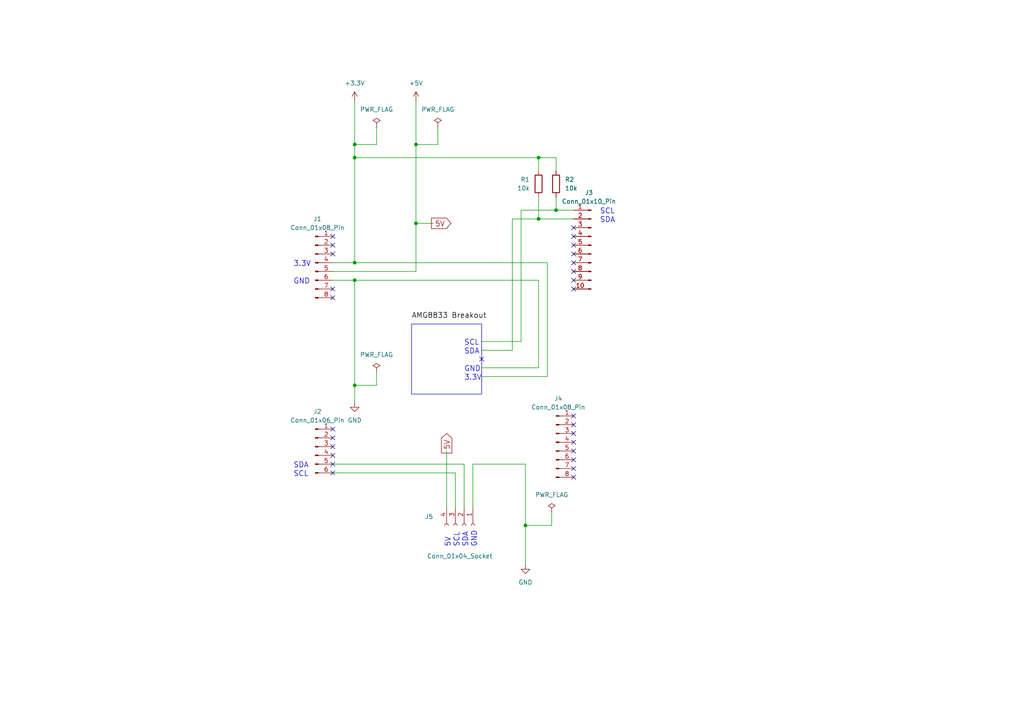
<source format=kicad_sch>
(kicad_sch (version 20230121) (generator eeschema)
  (paper "A4")
  (title_block (title "Arduino shield for infrared array sensor AMG8833") (date "2023-09-29") (rev "1.1") (company "https://github.com/araobp"))
  (lib_symbols
    (symbol "Connector:Conn_01x04_Socket" (pin_names (offset 1.016) hide)
      (property "Reference" "J" (at 0 5.08 0))
      (property "Value" "Conn_01x04_Socket" (at 0 -7.62 0))
      (symbol "Conn_01x04_Socket_1_1"
        (arc (start 0 -4.572) (mid -0.5058 -5.08) (end 0 -5.588) (stroke (width 0.1524)))
        (arc (start 0 -2.032) (mid -0.5058 -2.54) (end 0 -3.048) (stroke (width 0.1524)))
        (polyline (pts (xy -1.27 -5.08) (xy -0.508 -5.08)) (stroke (width 0.1524)))
        (polyline (pts (xy -1.27 -2.54) (xy -0.508 -2.54)) (stroke (width 0.1524)))
        (polyline (pts (xy -1.27 0) (xy -0.508 0)) (stroke (width 0.1524)))
        (polyline (pts (xy -1.27 2.54) (xy -0.508 2.54)) (stroke (width 0.1524)))
        (arc (start 0 0.508) (mid -0.5058 0) (end 0 -0.508) (stroke (width 0.1524)))
        (arc (start 0 3.048) (mid -0.5058 2.54) (end 0 2.032) (stroke (width 0.1524)))
        (pin passive line (at -5.08 2.54 0) (length 3.81) (name "Pin_1") (number "1"))
        (pin passive line (at -5.08 0 0) (length 3.81) (name "Pin_2") (number "2"))
        (pin passive line (at -5.08 -2.54 0) (length 3.81) (name "Pin_3") (number "3"))
        (pin passive line (at -5.08 -5.08 0) (length 3.81) (name "Pin_4") (number "4"))
      )
    )
    (symbol "Connector:Conn_01x06_Pin" (pin_names (offset 1.016) hide)
      (property "Reference" "J" (at 0 7.62 0))
      (property "Value" "Conn_01x06_Pin" (at 0 -10.16 0))
      (symbol "Conn_01x06_Pin_1_1"
        (polyline (pts (xy 1.27 -7.62) (xy 0.8636 -7.62)) (stroke (width 0.1524)))
        (polyline (pts (xy 1.27 -5.08) (xy 0.8636 -5.08)) (stroke (width 0.1524)))
        (polyline (pts (xy 1.27 -2.54) (xy 0.8636 -2.54)) (stroke (width 0.1524)))
        (polyline (pts (xy 1.27 0) (xy 0.8636 0)) (stroke (width 0.1524)))
        (polyline (pts (xy 1.27 2.54) (xy 0.8636 2.54)) (stroke (width 0.1524)))
        (polyline (pts (xy 1.27 5.08) (xy 0.8636 5.08)) (stroke (width 0.1524)))
        (rectangle (start 0.8636 -7.493) (end 0 -7.747) (stroke (width 0.1524)) (fill (type outline)))
        (rectangle (start 0.8636 -4.953) (end 0 -5.207) (stroke (width 0.1524)) (fill (type outline)))
        (rectangle (start 0.8636 -2.413) (end 0 -2.667) (stroke (width 0.1524)) (fill (type outline)))
        (rectangle (start 0.8636 0.127) (end 0 -0.127) (stroke (width 0.1524)) (fill (type outline)))
        (rectangle (start 0.8636 2.667) (end 0 2.413) (stroke (width 0.1524)) (fill (type outline)))
        (rectangle (start 0.8636 5.207) (end 0 4.953) (stroke (width 0.1524)) (fill (type outline)))
        (pin passive line (at 5.08 5.08 180) (length 3.81) (name "Pin_1") (number "1"))
        (pin passive line (at 5.08 2.54 180) (length 3.81) (name "Pin_2") (number "2"))
        (pin passive line (at 5.08 0 180) (length 3.81) (name "Pin_3") (number "3"))
        (pin passive line (at 5.08 -2.54 180) (length 3.81) (name "Pin_4") (number "4"))
        (pin passive line (at 5.08 -5.08 180) (length 3.81) (name "Pin_5") (number "5"))
        (pin passive line (at 5.08 -7.62 180) (length 3.81) (name "Pin_6") (number "6"))
      )
    )
    (symbol "Connector:Conn_01x08_Pin" (pin_names (offset 1.016) hide)
      (property "Reference" "J" (at 0 10.16 0))
      (property "Value" "Conn_01x08_Pin" (at 0 -12.7 0))
      (symbol "Conn_01x08_Pin_1_1"
        (polyline (pts (xy 1.27 -10.16) (xy 0.8636 -10.16)) (stroke (width 0.1524)))
        (polyline (pts (xy 1.27 -7.62) (xy 0.8636 -7.62)) (stroke (width 0.1524)))
        (polyline (pts (xy 1.27 -5.08) (xy 0.8636 -5.08)) (stroke (width 0.1524)))
        (polyline (pts (xy 1.27 -2.54) (xy 0.8636 -2.54)) (stroke (width 0.1524)))
        (polyline (pts (xy 1.27 0) (xy 0.8636 0)) (stroke (width 0.1524)))
        (polyline (pts (xy 1.27 2.54) (xy 0.8636 2.54)) (stroke (width 0.1524)))
        (polyline (pts (xy 1.27 5.08) (xy 0.8636 5.08)) (stroke (width 0.1524)))
        (polyline (pts (xy 1.27 7.62) (xy 0.8636 7.62)) (stroke (width 0.1524)))
        (rectangle (start 0.8636 -10.033) (end 0 -10.287) (stroke (width 0.1524)) (fill (type outline)))
        (rectangle (start 0.8636 -7.493) (end 0 -7.747) (stroke (width 0.1524)) (fill (type outline)))
        (rectangle (start 0.8636 -4.953) (end 0 -5.207) (stroke (width 0.1524)) (fill (type outline)))
        (rectangle (start 0.8636 -2.413) (end 0 -2.667) (stroke (width 0.1524)) (fill (type outline)))
        (rectangle (start 0.8636 0.127) (end 0 -0.127) (stroke (width 0.1524)) (fill (type outline)))
        (rectangle (start 0.8636 2.667) (end 0 2.413) (stroke (width 0.1524)) (fill (type outline)))
        (rectangle (start 0.8636 5.207) (end 0 4.953) (stroke (width 0.1524)) (fill (type outline)))
        (rectangle (start 0.8636 7.747) (end 0 7.493) (stroke (width 0.1524)) (fill (type outline)))
        (pin passive line (at 5.08 7.62 180) (length 3.81) (name "Pin_1") (number "1"))
        (pin passive line (at 5.08 5.08 180) (length 3.81) (name "Pin_2") (number "2"))
        (pin passive line (at 5.08 2.54 180) (length 3.81) (name "Pin_3") (number "3"))
        (pin passive line (at 5.08 0 180) (length 3.81) (name "Pin_4") (number "4"))
        (pin passive line (at 5.08 -2.54 180) (length 3.81) (name "Pin_5") (number "5"))
        (pin passive line (at 5.08 -5.08 180) (length 3.81) (name "Pin_6") (number "6"))
        (pin passive line (at 5.08 -7.62 180) (length 3.81) (name "Pin_7") (number "7"))
        (pin passive line (at 5.08 -10.16 180) (length 3.81) (name "Pin_8") (number "8"))
      )
    )
    (symbol "Connector:Conn_01x10_Pin" (pin_names (offset 1.016) hide)
      (property "Reference" "J" (at 0 12.7 0))
      (property "Value" "Conn_01x10_Pin" (at 0 -15.24 0))
      (symbol "Conn_01x10_Pin_1_1"
        (polyline (pts (xy 1.27 -12.7) (xy 0.8636 -12.7)) (stroke (width 0.1524)))
        (polyline (pts (xy 1.27 -10.16) (xy 0.8636 -10.16)) (stroke (width 0.1524)))
        (polyline (pts (xy 1.27 -7.62) (xy 0.8636 -7.62)) (stroke (width 0.1524)))
        (polyline (pts (xy 1.27 -5.08) (xy 0.8636 -5.08)) (stroke (width 0.1524)))
        (polyline (pts (xy 1.27 -2.54) (xy 0.8636 -2.54)) (stroke (width 0.1524)))
        (polyline (pts (xy 1.27 0) (xy 0.8636 0)) (stroke (width 0.1524)))
        (polyline (pts (xy 1.27 2.54) (xy 0.8636 2.54)) (stroke (width 0.1524)))
        (polyline (pts (xy 1.27 5.08) (xy 0.8636 5.08)) (stroke (width 0.1524)))
        (polyline (pts (xy 1.27 7.62) (xy 0.8636 7.62)) (stroke (width 0.1524)))
        (polyline (pts (xy 1.27 10.16) (xy 0.8636 10.16)) (stroke (width 0.1524)))
        (rectangle (start 0.8636 -12.573) (end 0 -12.827) (stroke (width 0.1524)) (fill (type outline)))
        (rectangle (start 0.8636 -10.033) (end 0 -10.287) (stroke (width 0.1524)) (fill (type outline)))
        (rectangle (start 0.8636 -7.493) (end 0 -7.747) (stroke (width 0.1524)) (fill (type outline)))
        (rectangle (start 0.8636 -4.953) (end 0 -5.207) (stroke (width 0.1524)) (fill (type outline)))
        (rectangle (start 0.8636 -2.413) (end 0 -2.667) (stroke (width 0.1524)) (fill (type outline)))
        (rectangle (start 0.8636 0.127) (end 0 -0.127) (stroke (width 0.1524)) (fill (type outline)))
        (rectangle (start 0.8636 2.667) (end 0 2.413) (stroke (width 0.1524)) (fill (type outline)))
        (rectangle (start 0.8636 5.207) (end 0 4.953) (stroke (width 0.1524)) (fill (type outline)))
        (rectangle (start 0.8636 7.747) (end 0 7.493) (stroke (width 0.1524)) (fill (type outline)))
        (rectangle (start 0.8636 10.287) (end 0 10.033) (stroke (width 0.1524)) (fill (type outline)))
        (pin passive line (at 5.08 10.16 180) (length 3.81) (name "Pin_1") (number "1"))
        (pin passive line (at 5.08 -12.7 180) (length 3.81) (name "Pin_10") (number "10"))
        (pin passive line (at 5.08 7.62 180) (length 3.81) (name "Pin_2") (number "2"))
        (pin passive line (at 5.08 5.08 180) (length 3.81) (name "Pin_3") (number "3"))
        (pin passive line (at 5.08 2.54 180) (length 3.81) (name "Pin_4") (number "4"))
        (pin passive line (at 5.08 0 180) (length 3.81) (name "Pin_5") (number "5"))
        (pin passive line (at 5.08 -2.54 180) (length 3.81) (name "Pin_6") (number "6"))
        (pin passive line (at 5.08 -5.08 180) (length 3.81) (name "Pin_7") (number "7"))
        (pin passive line (at 5.08 -7.62 180) (length 3.81) (name "Pin_8") (number "8"))
        (pin passive line (at 5.08 -10.16 180) (length 3.81) (name "Pin_9") (number "9"))
      )
    )
    (symbol "Device:R" (pin_numbers hide) (pin_names (offset 0))
      (property "Reference" "R" (at 2.032 0 90))
      (property "Value" "R" (at 0 0 90))
      (symbol "R_0_1"
        (rectangle (start -1.016 -2.54) (end 1.016 2.54) (stroke (width 0.254)))
      )
      (symbol "R_1_1"
        (pin passive line (at 0 3.81 270) (length 1.27) (name "~") (number "1"))
        (pin passive line (at 0 -3.81 90) (length 1.27) (name "~") (number "2"))
      )
    )
    (symbol "power:+3.3V" (power) (pin_names (offset 0))
      (property "Value" "+3.3V" (at 0 3.556 0))
      (symbol "+3.3V_0_1"
        (polyline (pts (xy -0.762 1.27) (xy 0 2.54)))
        (polyline (pts (xy 0 0) (xy 0 2.54)))
        (polyline (pts (xy 0 2.54) (xy 0.762 1.27)))
      )
      (symbol "+3.3V_1_1"
        (pin power_in line (at 0 0 90) (length 0) hide (name "+3.3V") (number "1"))
      )
    )
    (symbol "power:+5V" (power) (pin_names (offset 0))
      (property "Value" "+5V" (at 0 3.556 0))
      (symbol "+5V_0_1"
        (polyline (pts (xy -0.762 1.27) (xy 0 2.54)))
        (polyline (pts (xy 0 0) (xy 0 2.54)))
        (polyline (pts (xy 0 2.54) (xy 0.762 1.27)))
      )
      (symbol "+5V_1_1"
        (pin power_in line (at 0 0 90) (length 0) hide (name "+5V") (number "1"))
      )
    )
    (symbol "power:GND" (power) (pin_names (offset 0))
      (property "Value" "GND" (at 0 -3.81 0))
      (symbol "GND_0_1"
        (polyline (pts (xy 0 0) (xy 0 -1.27) (xy 1.27 -1.27) (xy 0 -2.54) (xy -1.27 -1.27) (xy 0 -1.27)))
      )
      (symbol "GND_1_1"
        (pin power_in line (at 0 0 270) (length 0) hide (name "GND") (number "1"))
      )
    )
    (symbol "power:PWR_FLAG" (power) (pin_numbers hide) (pin_names (offset 0) hide)
      (property "Value" "PWR_FLAG" (at 0 3.81 0))
      (symbol "PWR_FLAG_0_0"
        (pin power_out line (at 0 0 90) (length 0) (name "pwr") (number "1"))
      )
      (symbol "PWR_FLAG_0_1"
        (polyline (pts (xy 0 0) (xy 0 1.27) (xy -1.016 1.905) (xy 0 2.54) (xy 1.016 1.905) (xy 0 1.27)))
      )
    )
  )
  (junction (at 152.4 152.4))
  (junction (at 156.21 63.5))
  (junction (at 120.65 64.77))
  (junction (at 102.87 81.28))
  (junction (at 102.87 76.2))
  (junction (at 156.21 45.72))
  (junction (at 102.87 111.76))
  (junction (at 120.65 41.91))
  (junction (at 102.87 41.91))
  (junction (at 102.87 45.72))
  (junction (at 161.29 60.96))
  (no_connect (at 96.52 137.16))
  (no_connect (at 96.52 127))
  (no_connect (at 166.37 71.12))
  (no_connect (at 139.7 104.14))
  (no_connect (at 166.37 73.66))
  (no_connect (at 96.52 124.46))
  (no_connect (at 96.52 83.82))
  (no_connect (at 166.37 120.65))
  (no_connect (at 166.37 135.89))
  (no_connect (at 166.37 125.73))
  (no_connect (at 96.52 86.36))
  (no_connect (at 166.37 133.35))
  (no_connect (at 166.37 138.43))
  (no_connect (at 96.52 71.12))
  (no_connect (at 166.37 76.2))
  (no_connect (at 166.37 66.04))
  (no_connect (at 166.37 123.19))
  (no_connect (at 166.37 81.28))
  (no_connect (at 166.37 68.58))
  (no_connect (at 166.37 130.81))
  (no_connect (at 96.52 68.58))
  (no_connect (at 96.52 132.08))
  (no_connect (at 166.37 128.27))
  (no_connect (at 166.37 78.74))
  (no_connect (at 96.52 73.66))
  (no_connect (at 96.52 129.54))
  (no_connect (at 96.52 134.62))
  (no_connect (at 166.37 83.82))
  (wire (pts (xy 161.29 45.72) (xy 161.29 49.53)))
  (wire (pts (xy 96.52 76.2) (xy 102.87 76.2)))
  (wire (pts (xy 109.22 41.91) (xy 102.87 41.91)))
  (wire (pts (xy 148.59 63.5) (xy 156.21 63.5)))
  (wire (pts (xy 102.87 76.2) (xy 158.75 76.2)))
  (wire (pts (xy 102.87 45.72) (xy 156.21 45.72)))
  (wire (pts (xy 161.29 57.15) (xy 161.29 60.96)))
  (wire (pts (xy 102.87 111.76) (xy 102.87 116.84)))
  (wire (pts (xy 151.13 99.06) (xy 139.7 99.06)))
  (wire (pts (xy 152.4 152.4) (xy 152.4 163.83)))
  (wire (pts (xy 158.75 76.2) (xy 158.75 109.22)))
  (wire (pts (xy 96.52 137.16) (xy 132.08 137.16)))
  (wire (pts (xy 109.22 111.76) (xy 102.87 111.76)))
  (wire (pts (xy 96.52 134.62) (xy 134.62 134.62)))
  (wire (pts (xy 156.21 81.28) (xy 156.21 106.68)))
  (wire (pts (xy 120.65 64.77) (xy 120.65 41.91)))
  (wire (pts (xy 102.87 29.21) (xy 102.87 41.91)))
  (wire (pts (xy 102.87 81.28) (xy 102.87 111.76)))
  (wire (pts (xy 109.22 36.83) (xy 109.22 41.91)))
  (wire (pts (xy 160.02 148.59) (xy 160.02 152.4)))
  (wire (pts (xy 132.08 137.16) (xy 132.08 147.32)))
  (wire (pts (xy 96.52 81.28) (xy 102.87 81.28)))
  (wire (pts (xy 127 36.83) (xy 127 41.91)))
  (wire (pts (xy 152.4 134.62) (xy 152.4 152.4)))
  (wire (pts (xy 129.54 130.81) (xy 129.54 147.32)))
  (wire (pts (xy 127 41.91) (xy 120.65 41.91)))
  (wire (pts (xy 120.65 64.77) (xy 125.73 64.77)))
  (wire (pts (xy 102.87 81.28) (xy 156.21 81.28)))
  (wire (pts (xy 160.02 152.4) (xy 152.4 152.4)))
  (wire (pts (xy 156.21 49.53) (xy 156.21 45.72)))
  (wire (pts (xy 137.16 134.62) (xy 152.4 134.62)))
  (wire (pts (xy 156.21 106.68) (xy 139.7 106.68)))
  (wire (pts (xy 166.37 60.96) (xy 161.29 60.96)))
  (wire (pts (xy 158.75 109.22) (xy 139.7 109.22)))
  (wire (pts (xy 156.21 63.5) (xy 166.37 63.5)))
  (wire (pts (xy 151.13 60.96) (xy 161.29 60.96)))
  (wire (pts (xy 109.22 107.95) (xy 109.22 111.76)))
  (wire (pts (xy 156.21 45.72) (xy 161.29 45.72)))
  (wire (pts (xy 137.16 147.32) (xy 137.16 134.62)))
  (wire (pts (xy 102.87 45.72) (xy 102.87 76.2)))
  (wire (pts (xy 151.13 60.96) (xy 151.13 99.06)))
  (wire (pts (xy 156.21 57.15) (xy 156.21 63.5)))
  (wire (pts (xy 134.62 134.62) (xy 134.62 147.32)))
  (wire (pts (xy 120.65 41.91) (xy 120.65 29.21)))
  (wire (pts (xy 148.59 63.5) (xy 148.59 101.6)))
  (wire (pts (xy 148.59 101.6) (xy 139.7 101.6)))
  (wire (pts (xy 102.87 41.91) (xy 102.87 45.72)))
  (wire (pts (xy 120.65 78.74) (xy 120.65 64.77)))
  (wire (pts (xy 96.52 78.74) (xy 120.65 78.74)))
  (rectangle (start 119.38 93.98) (end 139.7 114.3))
  (text "3.3V" (at 134.62 110.49 0) (effects (font (size 1.524 1.524)) (justify left bottom)))
  (text "GND" (at 85.09 82.55 0) (effects (font (size 1.524 1.524)) (justify left bottom)))
  (text "SDA" (at 134.62 102.87 0) (effects (font (size 1.524 1.524)) (justify left bottom)))
  (text "3.3V" (at 85.09 77.47 0) (effects (font (size 1.524 1.524)) (justify left bottom)))
  (text "SCL" (at 133.35 158.75 90) (effects (font (size 1.524 1.524)) (justify left bottom)))
  (text "SCL" (at 85.09 138.43 0) (effects (font (size 1.524 1.524)) (justify left bottom)))
  (text "SCL" (at 173.99 62.23 0) (effects (font (size 1.524 1.524)) (justify left bottom)))
  (text "SDA" (at 173.99 64.77 0) (effects (font (size 1.524 1.524)) (justify left bottom)))
  (text "SDA" (at 135.89 158.75 90) (effects (font (size 1.524 1.524)) (justify left bottom)))
  (text "GND" (at 138.43 158.75 90) (effects (font (size 1.524 1.524)) (justify left bottom)))
  (text "SDA" (at 85.09 135.89 0) (effects (font (size 1.524 1.524)) (justify left bottom)))
  (text "5V" (at 130.81 158.75 90) (effects (font (size 1.524 1.524)) (justify left bottom)))
  (text "GND" (at 134.62 107.95 0) (effects (font (size 1.524 1.524)) (justify left bottom)))
  (text "SCL" (at 134.62 100.33 0) (effects (font (size 1.524 1.524)) (justify left bottom)))
  (label "AMG8833 Breakout" (at 119.38 92.71 0) (effects (font (size 1.524 1.524))))
  (global_label "5V" (shape input) (at 130.81 64.77 180) (effects (font (size 1.524 1.524))) (property "Intersheetrefs" "${INTERSHEET_REFS}" (effects hide)))
  (global_label "5V" (shape input) (at 129.54 125.73 270) (effects (font (size 1.524 1.524))) (property "Intersheetrefs" "${INTERSHEET_REFS}" (effects hide)))
  (symbol (lib_id "Device:R") (at 156.21 53.34 0) (unit 1)
    (property "Reference" "R1" (at 153.67 52.07 0) (effects (justify right)))
    (property "Value" "10k" (at 153.67 54.61 0) (effects (justify right)))
  )
  (symbol (lib_id "Connector:Conn_01x06_Pin") (at 91.44 129.54 0) (unit 1)
    (property "Reference" "J2" (at 92.075 119.38 0))
    (property "Value" "Conn_01x06_Pin" (at 92.075 121.92 0))
  )
  (symbol (lib_id "power:PWR_FLAG") (at 127 36.83 0) (unit 1)
    (property "Reference" "#FLG03" (effects hide))
    (property "Value" "PWR_FLAG" (at 127 31.75 0))
  )
  (symbol (lib_id "Connector:Conn_01x10_Pin") (at 171.45 71.12 0) (mirror y) (unit 1)
    (property "Reference" "J3" (at 170.815 55.88 0))
    (property "Value" "Conn_01x10_Pin" (at 170.815 58.42 0))
  )
  (symbol (lib_id "power:+5V") (at 120.65 29.21 0) (unit 1)
    (property "Reference" "#PWR03" (effects hide))
    (property "Value" "+5V" (at 120.65 24.13 0))
  )
  (symbol (lib_id "power:GND") (at 152.4 163.83 0) (unit 1)
    (property "Reference" "#PWR04" (effects hide))
    (property "Value" "GND" (at 152.4 168.91 0))
  )
  (symbol (lib_id "Connector:Conn_01x08_Pin") (at 161.29 128.27 0) (unit 1)
    (property "Reference" "J4" (at 161.925 115.57 0))
    (property "Value" "Conn_01x08_Pin" (at 161.925 118.11 0))
  )
  (symbol (lib_id "Device:R") (at 161.29 53.34 0) (unit 1)
    (property "Reference" "R2" (at 163.83 52.07 0) (effects (justify left)))
    (property "Value" "10k" (at 163.83 54.61 0) (effects (justify left)))
  )
  (symbol (lib_id "power:PWR_FLAG") (at 109.22 36.83 0) (unit 1)
    (property "Reference" "#FLG01" (effects hide))
    (property "Value" "PWR_FLAG" (at 109.22 31.75 0))
  )
  (symbol (lib_id "power:GND") (at 102.87 116.84 0) (unit 1)
    (property "Reference" "#PWR02" (effects hide))
    (property "Value" "GND" (at 102.87 121.92 0))
  )
  (symbol (lib_id "power:PWR_FLAG") (at 160.02 148.59 0) (unit 1)
    (property "Reference" "#FLG04" (effects hide))
    (property "Value" "PWR_FLAG" (at 160.02 143.51 0))
  )
  (symbol (lib_id "power:+3.3V") (at 102.87 29.21 0) (unit 1)
    (property "Reference" "#PWR01" (effects hide))
    (property "Value" "+3.3V" (at 102.87 24.13 0))
  )
  (symbol (lib_id "Connector:Conn_01x04_Socket") (at 134.62 152.4 270) (unit 1)
    (property "Reference" "J5" (at 124.46 149.86 90))
    (property "Value" "Conn_01x04_Socket" (at 133.35 161.29 90))
  )
  (symbol (lib_id "Connector:Conn_01x08_Pin") (at 91.44 76.2 0) (unit 1)
    (property "Reference" "J1" (at 92.075 63.5 0))
    (property "Value" "Conn_01x08_Pin" (at 92.075 66.04 0))
  )
  (symbol (lib_id "power:PWR_FLAG") (at 109.22 107.95 0) (unit 1)
    (property "Reference" "#FLG02" (effects hide))
    (property "Value" "PWR_FLAG" (at 109.22 102.87 0))
  )
)
</source>
